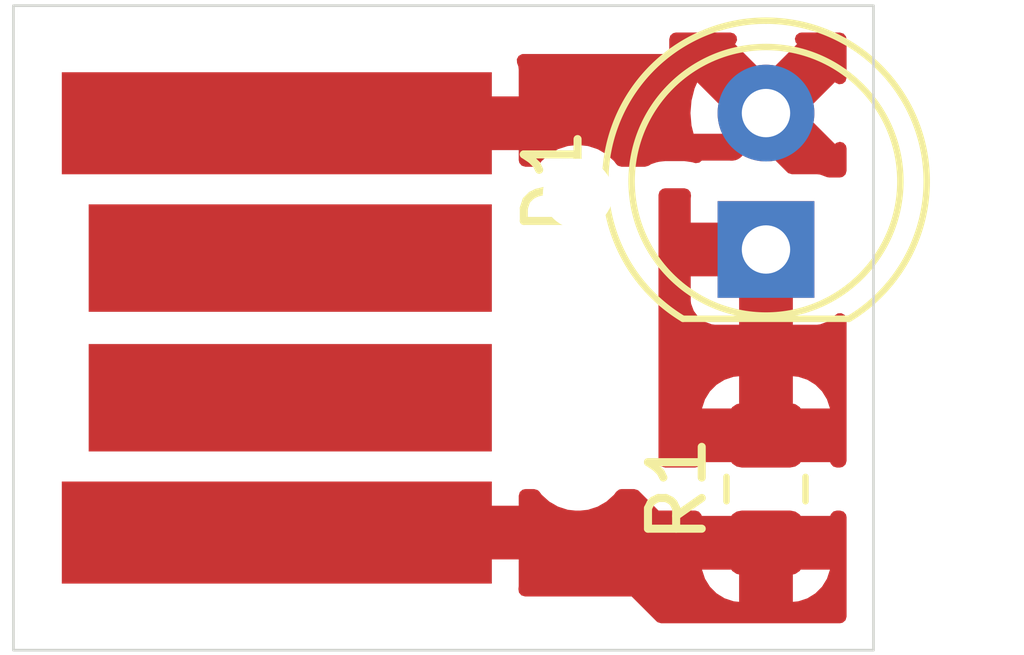
<source format=kicad_pcb>
(kicad_pcb (version 20221018) (generator pcbnew)
  (layers (0 "F.Cu" signal) (31 "B.Cu" signal) (34 "B.Paste" user) (35 "F.Paste" user) (36 "B.SilkS" user "B.Silkscreen") (37 "F.SilkS" user "F.Silkscreen") (38 "B.Mask" user) (39 "F.Mask" user) (44 "Edge.Cuts" user))
  (net 0 "")
  (net 1 "GND")
  (net 2 "Net-(D1-A)")
  (net 3 "Net-(D1-K)")
  (footprint "Resistor_SMD:R_0805_2012Metric_Pad1.20x1.40mm_HandSolder" (layer "F.Cu") (at 136 108 90)
    (fp_text reference "R1" (at 0 -1.65 90) (layer "F.SilkS"))
    (fp_text value "100")
    (fp_line (start -0.227064 -0.735) (end 0.227064 -0.735) (stroke (width 0.12)) (layer "F.SilkS"))
    (fp_line (start -0.227064 0.735) (end 0.227064 0.735) (stroke (width 0.12)) (layer "F.SilkS"))
    (pad "1" smd roundrect (at -1 0 90) (size 1.2 1.4) (layers "F.Cu" "F.Paste" "F.Mask") (roundrect_rratio 0.2083333333) (net 1 "GND"))
    (pad "2" smd roundrect (at 1 0 90) (size 1.2 1.4) (layers "F.Cu" "F.Paste" "F.Mask") (roundrect_rratio 0.2083333333) (net 3 "Net-(D1-K)"))
  )
  (footprint "LED_THT:LED_D5.0mm" (layer "F.Cu") (at 136 103.54 90)
    (fp_text reference "D1" (at 1.27 -3.96 90) (layer "F.SilkS"))
    (fp_text value "LED")
    (fp_line (start -1.29 -1.545) (end -1.29 1.545) (stroke (width 0.12)) (layer "F.SilkS"))
    (fp_arc (start -1.29 -1.54483) (mid 2.072002 -2.880433) (end 4.26 0.000462) (stroke (width 0.12)) (layer "F.SilkS"))
    (fp_arc (start 4.26 -0.000462) (mid 2.072002 2.880433) (end -1.29 1.54483) (stroke (width 0.12)) (layer "F.SilkS"))
    (fp_circle (center 1.27 0) (end 3.77 0) (stroke (width 0.12)) (fill none) (layer "F.SilkS"))
    (pad "1" thru_hole rect (at 0 0 90) (size 1.8 1.8) (drill 0.9) (layers "*.Cu" "*.Mask") (net 3 "Net-(D1-K)"))
    (pad "2" thru_hole circle (at 2.54 0 90) (size 1.8 1.8) (drill 0.9) (layers "*.Cu" "*.Mask") (net 2 "Net-(D1-A)"))
  )
  (footprint "USB-A:usb-PCB-holes" (layer "F.Cu") (at 122 105 -90)
    (fp_text reference "J1" hide)
    (fp_text value "USB_A" hide)
    (pad "" np_thru_hole circle (at -2.5 -10.5 270) (size 1.3 1.3) (drill 1.3) (layers "F&B.Cu" "*.Mask"))
    (pad "" np_thru_hole circle (at 2.5 -10.5 270) (size 1.3 1.3) (drill 1.3) (layers "F&B.Cu" "*.Mask"))
    (pad "1" connect rect (at -3.81 -4.9 270) (size 1.9 8) (layers "F.Cu" "F.Mask") (net 2 "Net-(D1-A)"))
    (pad "2" connect rect (at -1.3 -5.15 270) (size 2 7.5) (layers "F.Cu" "F.Mask"))
    (pad "3" connect rect (at 1.3 -5.15 270) (size 2 7.5) (layers "F.Cu" "F.Mask"))
    (pad "4" connect rect (at 3.81 -4.9 270) (size 1.9 8) (layers "F.Cu" "F.Mask") (net 1 "GND"))
  )
  (gr_rect (start 122 99) (end 138 111) (stroke (width 0.05)) (fill none) (layer "Edge.Cuts"))
  (segment (start 135.365 101.635) (end 133.46 101.635) (width 0.5) (layer "F.Cu") (net 2))
  (segment (start 136 101) (end 135.365 101.635) (width 0.5) (layer "F.Cu") (net 2))
  (zone (net 2) (net_name "Net-(D1-A)") (layer "F.Cu") (connect_pads (clearance 0.5)) (min_thickness 0.25) (fill yes (thermal_gap 0.5) (thermal_bridge_width 1))
    (polygon (pts (xy 123 99.9) (xy 134.2 99.9) (xy 134.2 99) (xy 138 99) (xy 138 102.2) (xy 134.2 102.2) (xy 134 102) (xy 123 102)))
  )
  (zone (net 3) (net_name "Net-(D1-K)") (layer "F.Cu") (priority 1) (connect_pads (clearance 0.5)) (min_thickness 0.25) (fill yes (thermal_gap 0.5) (thermal_bridge_width 1))
    (polygon (pts (xy 134 102.4) (xy 138 102.4) (xy 138 107.6) (xy 134 107.6)))
  )
  (zone (net 1) (net_name "GND") (layer "F.Cu") (priority 2) (connect_pads (clearance 0.5)) (min_thickness 0.25) (fill yes (thermal_gap 0.5) (thermal_bridge_width 1))
    (polygon (pts (xy 134 108.4) (xy 138 108.4) (xy 138 111) (xy 134 111) (xy 134 110.5) (xy 133.5 110) (xy 123 110) (xy 123 108) (xy 133.6 108)))
  )
)
</source>
